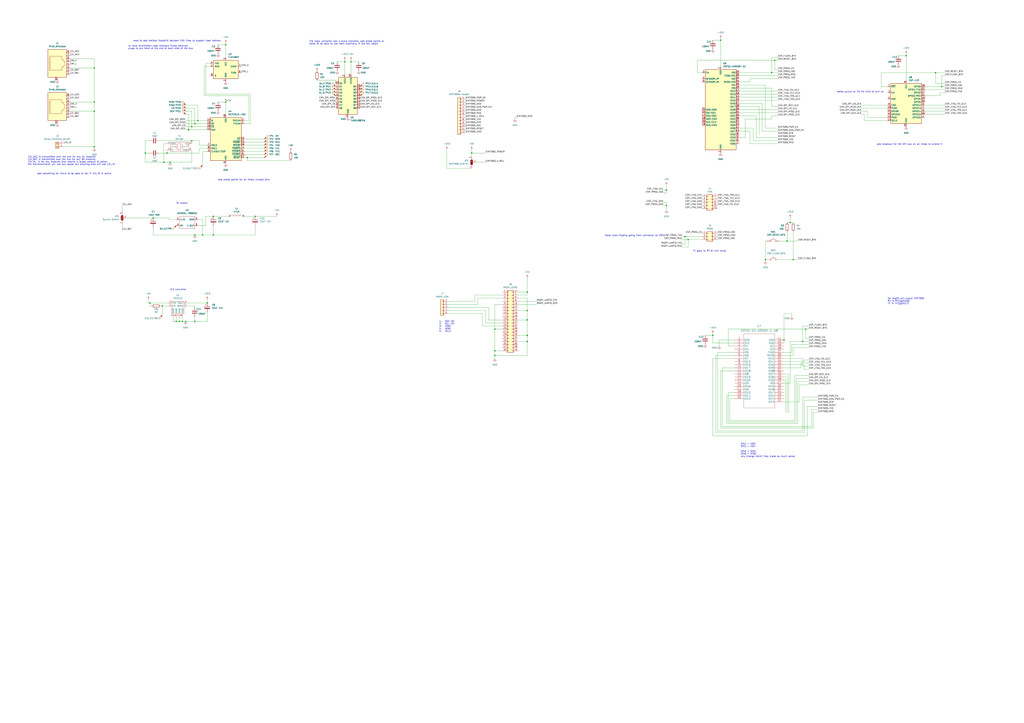
<source format=kicad_sch>
(kicad_sch (version 20211123) (generator eeschema)
  (paper "A1")
  (junction (at 209.55 177.8))
  (junction (at 170.18 248.92))
  (junction (at 406.4 292.1))
  (junction (at 166.37 193.04))
  (junction (at 147.32 264.16))
  (junction (at 125.73 179.07))
  (junction (at 646.43 198.12))
  (junction (at 636.27 49.53))
  (junction (at 562.61 194.31))
  (junction (at 591.82 33.02))
  (junction (at 633.73 59.69))
  (junction (at 433.07 255.27))
  (junction (at 157.48 115.57))
  (junction (at 768.35 59.69))
  (junction (at 288.29 50.8))
  (junction (at 585.47 275.59))
  (junction (at 77.47 91.44))
  (junction (at 162.56 99.06))
  (junction (at 149.86 264.16))
  (junction (at 744.22 45.72))
  (junction (at 433.07 240.03))
  (junction (at 134.62 133.35))
  (junction (at 628.65 213.36))
  (junction (at 123.19 248.92))
  (junction (at 152.4 264.16))
  (junction (at 547.37 168.91))
  (junction (at 139.7 133.35))
  (junction (at 175.26 193.04))
  (junction (at 433.07 262.89))
  (junction (at 406.4 288.29))
  (junction (at 185.42 36.83))
  (junction (at 160.02 264.16))
  (junction (at 160.02 101.6))
  (junction (at 643.89 279.4))
  (junction (at 661.67 270.51))
  (junction (at 133.35 251.46))
  (junction (at 433.07 280.67))
  (junction (at 137.16 125.73))
  (junction (at 547.37 156.21))
  (junction (at 773.43 71.12))
  (junction (at 433.07 275.59))
  (junction (at 185.42 83.82))
  (junction (at 406.4 270.51))
  (junction (at 651.51 213.36))
  (junction (at 77.47 55.88))
  (junction (at 144.78 264.16))
  (junction (at 157.48 104.14))
  (junction (at 659.13 280.67))
  (junction (at 77.47 83.82))
  (junction (at 387.35 125.73))
  (junction (at 77.47 120.65))
  (junction (at 565.15 196.85))
  (junction (at 175.26 177.8))
  (junction (at 160.02 193.04))
  (junction (at 283.21 50.8))
  (junction (at 119.38 125.73))
  (junction (at 648.97 182.88))
  (junction (at 203.2 129.54))
  (junction (at 154.94 106.68))
  (wire (pts (xy 599.44 327.66) (xy 603.25 327.66)))
  (wire (pts (xy 160.02 252.73) (xy 160.02 251.46)))
  (wire (pts (xy 643.89 307.34) (xy 647.7 307.34)))
  (wire (pts (xy 433.07 292.1) (xy 406.4 292.1)))
  (wire (pts (xy 654.05 346.71) (xy 598.17 346.71)))
  (wire (pts (xy 217.17 114.3) (xy 200.66 114.3)))
  (wire (pts (xy 629.92 198.12) (xy 628.65 198.12)))
  (wire (pts (xy 709.93 93.98) (xy 709.93 99.06)))
  (wire (pts (xy 392.43 245.11) (xy 392.43 250.19)))
  (wire (pts (xy 425.45 255.27) (xy 433.07 255.27)))
  (wire (pts (xy 288.29 49.53) (xy 288.29 50.8)))
  (wire (pts (xy 162.56 99.06) (xy 170.18 99.06)))
  (wire (pts (xy 636.27 57.15) (xy 636.27 49.53)))
  (wire (pts (xy 203.2 132.08) (xy 203.2 129.54)))
  (wire (pts (xy 119.38 125.73) (xy 119.38 115.57)))
  (wire (pts (xy 275.59 66.04) (xy 260.35 66.04)))
  (wire (pts (xy 170.18 246.38) (xy 170.18 248.92)))
  (wire (pts (xy 562.61 194.31) (xy 576.58 194.31)))
  (wire (pts (xy 77.47 120.65) (xy 77.47 121.92)))
  (wire (pts (xy 152.4 264.16) (xy 160.02 264.16)))
  (wire (pts (xy 104.14 179.07) (xy 125.73 179.07)))
  (wire (pts (xy 662.94 334.01) (xy 662.94 358.14)))
  (wire (pts (xy 607.06 69.85) (xy 628.65 69.85)))
  (wire (pts (xy 596.9 347.98) (xy 596.9 325.12)))
  (wire (pts (xy 167.64 78.74) (xy 204.47 78.74)))
  (wire (pts (xy 163.83 121.92) (xy 163.83 125.73)))
  (wire (pts (xy 633.73 87.63) (xy 638.81 87.63)))
  (wire (pts (xy 598.17 346.71) (xy 598.17 322.58)))
  (wire (pts (xy 217.17 127) (xy 200.66 127)))
  (wire (pts (xy 217.17 124.46) (xy 200.66 124.46)))
  (wire (pts (xy 633.73 97.79) (xy 633.73 95.25)))
  (wire (pts (xy 712.47 91.44) (xy 712.47 96.52)))
  (wire (pts (xy 133.35 251.46) (xy 138.43 251.46)))
  (wire (pts (xy 659.13 326.39) (xy 659.13 354.33)))
  (wire (pts (xy 651.51 190.5) (xy 651.51 213.36)))
  (wire (pts (xy 389.89 247.65) (xy 368.3 247.65)))
  (wire (pts (xy 406.4 250.19) (xy 406.4 270.51)))
  (wire (pts (xy 661.67 278.13) (xy 661.67 270.51)))
  (wire (pts (xy 125.73 179.07) (xy 138.43 179.07)))
  (wire (pts (xy 768.35 59.69) (xy 723.9 59.69)))
  (wire (pts (xy 137.16 118.11) (xy 134.62 118.11)))
  (wire (pts (xy 185.42 83.82) (xy 185.42 93.98)))
  (wire (pts (xy 100.33 184.15) (xy 100.33 189.23)))
  (wire (pts (xy 759.46 91.44) (xy 775.97 91.44)))
  (wire (pts (xy 607.06 92.71) (xy 638.81 92.71)))
  (wire (pts (xy 217.17 129.54) (xy 203.2 129.54)))
  (wire (pts (xy 615.95 107.95) (xy 615.95 118.11)))
  (wire (pts (xy 759.46 93.98) (xy 775.97 93.98)))
  (wire (pts (xy 175.26 177.8) (xy 187.96 177.8)))
  (wire (pts (xy 664.21 280.67) (xy 659.13 280.67)))
  (wire (pts (xy 603.25 281.94) (xy 585.47 281.94)))
  (wire (pts (xy 160.02 193.04) (xy 166.37 193.04)))
  (wire (pts (xy 139.7 133.35) (xy 134.62 133.35)))
  (wire (pts (xy 205.74 77.47) (xy 205.74 101.6)))
  (wire (pts (xy 406.4 288.29) (xy 406.4 292.1)))
  (wire (pts (xy 130.81 125.73) (xy 137.16 125.73)))
  (wire (pts (xy 775.97 76.2) (xy 772.16 76.2)))
  (wire (pts (xy 664.21 308.61) (xy 652.78 308.61)))
  (wire (pts (xy 659.13 294.64) (xy 643.89 294.64)))
  (wire (pts (xy 759.46 71.12) (xy 773.43 71.12)))
  (wire (pts (xy 185.42 35.56) (xy 185.42 36.83)))
  (wire (pts (xy 607.06 72.39) (xy 633.73 72.39)))
  (wire (pts (xy 217.17 121.92) (xy 200.66 121.92)))
  (wire (pts (xy 134.62 118.11) (xy 134.62 133.35)))
  (wire (pts (xy 433.07 240.03) (xy 433.07 228.6)))
  (wire (pts (xy 621.03 95.25) (xy 621.03 113.03)))
  (wire (pts (xy 401.32 252.73) (xy 368.3 252.73)))
  (wire (pts (xy 607.06 90.17) (xy 638.81 90.17)))
  (wire (pts (xy 588.01 355.6) (xy 588.01 292.1)))
  (wire (pts (xy 664.21 313.69) (xy 655.32 313.69)))
  (wire (pts (xy 591.82 31.75) (xy 591.82 33.02)))
  (wire (pts (xy 660.4 355.6) (xy 588.01 355.6)))
  (wire (pts (xy 648.97 314.96) (xy 648.97 280.67)))
  (wire (pts (xy 138.43 179.07) (xy 138.43 180.34)))
  (wire (pts (xy 147.32 264.16) (xy 149.86 264.16)))
  (wire (pts (xy 392.43 250.19) (xy 368.3 250.19)))
  (wire (pts (xy 162.56 86.36) (xy 162.56 99.06)))
  (wire (pts (xy 100.33 168.91) (xy 100.33 173.99)))
  (wire (pts (xy 591.82 351.79) (xy 668.02 351.79)))
  (wire (pts (xy 157.48 115.57) (xy 157.48 118.11)))
  (wire (pts (xy 572.77 49.53) (xy 636.27 49.53)))
  (wire (pts (xy 172.72 52.07) (xy 168.91 52.07)))
  (wire (pts (xy 643.89 330.2) (xy 656.59 330.2)))
  (wire (pts (xy 57.15 48.26) (xy 77.47 48.26)))
  (wire (pts (xy 153.67 248.92) (xy 170.18 248.92)))
  (wire (pts (xy 406.4 288.29) (xy 412.75 288.29)))
  (wire (pts (xy 759.46 86.36) (xy 775.97 86.36)))
  (wire (pts (xy 544.83 168.91) (xy 547.37 168.91)))
  (wire (pts (xy 707.39 93.98) (xy 709.93 93.98)))
  (wire (pts (xy 52.07 120.65) (xy 77.47 120.65)))
  (wire (pts (xy 425.45 280.67) (xy 433.07 280.67)))
  (wire (pts (xy 367.03 123.19) (xy 367.03 138.43)))
  (wire (pts (xy 119.38 133.35) (xy 119.38 125.73)))
  (wire (pts (xy 593.09 302.26) (xy 603.25 302.26)))
  (wire (pts (xy 648.97 280.67) (xy 659.13 280.67)))
  (wire (pts (xy 603.25 279.4) (xy 590.55 279.4)))
  (wire (pts (xy 662.94 358.14) (xy 585.47 358.14)))
  (wire (pts (xy 560.07 194.31) (xy 562.61 194.31)))
  (wire (pts (xy 707.39 88.9) (xy 728.98 88.9)))
  (wire (pts (xy 157.48 104.14) (xy 170.18 104.14)))
  (wire (pts (xy 149.86 264.16) (xy 152.4 264.16)))
  (wire (pts (xy 121.92 248.92) (xy 123.19 248.92)))
  (wire (pts (xy 666.75 350.52) (xy 666.75 336.55)))
  (wire (pts (xy 709.93 99.06) (xy 728.98 99.06)))
  (wire (pts (xy 626.11 85.09) (xy 626.11 107.95)))
  (wire (pts (xy 544.83 158.75) (xy 547.37 158.75)))
  (wire (pts (xy 651.51 285.75) (xy 651.51 292.1)))
  (wire (pts (xy 768.35 68.58) (xy 768.35 59.69)))
  (wire (pts (xy 603.25 284.48) (xy 598.17 284.48)))
  (wire (pts (xy 276.86 50.8) (xy 283.21 50.8)))
  (wire (pts (xy 387.35 125.73) (xy 398.78 125.73)))
  (wire (pts (xy 661.67 270.51) (xy 664.21 270.51)))
  (wire (pts (xy 607.06 107.95) (xy 615.95 107.95)))
  (wire (pts (xy 157.48 133.35) (xy 139.7 133.35)))
  (wire (pts (xy 170.18 121.92) (xy 163.83 121.92)))
  (wire (pts (xy 618.49 105.41) (xy 618.49 115.57)))
  (wire (pts (xy 152.4 86.36) (xy 162.56 86.36)))
  (wire (pts (xy 671.83 328.93) (xy 660.4 328.93)))
  (wire (pts (xy 204.47 99.06) (xy 200.66 99.06)))
  (wire (pts (xy 591.82 351.79) (xy 591.82 304.8)))
  (wire (pts (xy 660.4 299.72) (xy 643.89 299.72)))
  (wire (pts (xy 629.92 213.36) (xy 628.65 213.36)))
  (wire (pts (xy 425.45 242.57) (xy 433.07 242.57)))
  (wire (pts (xy 603.25 294.64) (xy 585.47 294.64)))
  (wire (pts (xy 615.95 118.11) (xy 638.81 118.11)))
  (wire (pts (xy 598.17 270.51) (xy 661.67 270.51)))
  (wire (pts (xy 607.06 67.31) (xy 615.95 67.31)))
  (wire (pts (xy 659.13 300.99) (xy 659.13 294.64)))
  (wire (pts (xy 154.94 93.98) (xy 154.94 106.68)))
  (wire (pts (xy 396.24 257.81) (xy 368.3 257.81)))
  (wire (pts (xy 645.16 312.42) (xy 645.16 339.09)))
  (wire (pts (xy 133.35 251.46) (xy 133.35 259.08)))
  (wire (pts (xy 633.73 46.99) (xy 633.73 59.69)))
  (wire (pts (xy 205.74 101.6) (xy 200.66 101.6)))
  (wire (pts (xy 144.78 260.35) (xy 144.78 264.16)))
  (wire (pts (xy 744.22 44.45) (xy 744.22 45.72)))
  (wire (pts (xy 638.81 46.99) (xy 633.73 46.99)))
  (wire (pts (xy 643.89 279.4) (xy 643.89 281.94)))
  (wire (pts (xy 160.02 260.35) (xy 160.02 264.16)))
  (wire (pts (xy 560.07 200.66) (xy 562.61 200.66)))
  (wire (pts (xy 412.75 265.43) (xy 398.78 265.43)))
  (wire (pts (xy 160.02 88.9) (xy 160.02 101.6)))
  (wire (pts (xy 123.19 251.46) (xy 123.19 248.92)))
  (wire (pts (xy 200.66 177.8) (xy 209.55 177.8)))
  (wire (pts (xy 294.64 50.8) (xy 288.29 50.8)))
  (wire (pts (xy 547.37 158.75) (xy 547.37 156.21)))
  (wire (pts (xy 121.92 246.38) (xy 121.92 248.92)))
  (wire (pts (xy 655.32 313.69) (xy 655.32 347.98)))
  (wire (pts (xy 57.15 55.88) (xy 77.47 55.88)))
  (wire (pts (xy 560.07 203.2) (xy 565.15 203.2)))
  (wire (pts (xy 648.97 179.07) (xy 648.97 182.88)))
  (wire (pts (xy 664.21 300.99) (xy 659.13 300.99)))
  (wire (pts (xy 425.45 245.11) (xy 433.07 245.11)))
  (wire (pts (xy 203.2 129.54) (xy 200.66 129.54)))
  (wire (pts (xy 591.82 33.02) (xy 591.82 54.61)))
  (wire (pts (xy 671.83 326.39) (xy 659.13 326.39)))
  (wire (pts (xy 77.47 91.44) (xy 77.47 120.65)))
  (wire (pts (xy 657.86 298.45) (xy 657.86 302.26)))
  (wire (pts (xy 615.95 67.31) (xy 615.95 64.77)))
  (wire (pts (xy 154.94 106.68) (xy 170.18 106.68)))
  (wire (pts (xy 217.17 119.38) (xy 200.66 119.38)))
  (wire (pts (xy 422.91 96.52) (xy 422.91 97.79)))
  (wire (pts (xy 547.37 156.21) (xy 547.37 152.4)))
  (wire (pts (xy 654.05 311.15) (xy 654.05 346.71)))
  (wire (pts (xy 638.81 82.55) (xy 607.06 82.55)))
  (wire (pts (xy 623.57 87.63) (xy 623.57 110.49)))
  (wire (pts (xy 170.18 256.54) (xy 170.18 264.16)))
  (wire (pts (xy 638.81 77.47) (xy 607.06 77.47)))
  (wire (pts (xy 157.48 115.57) (xy 163.83 115.57)))
  (wire (pts (xy 646.43 182.88) (xy 648.97 182.88)))
  (wire (pts (xy 425.45 247.65) (xy 440.69 247.65)))
  (wire (pts (xy 633.73 72.39) (xy 633.73 87.63)))
  (wire (pts (xy 664.21 285.75) (xy 651.51 285.75)))
  (wire (pts (xy 647.7 307.34) (xy 647.7 339.09)))
  (wire (pts (xy 160.02 101.6) (xy 170.18 101.6)))
  (wire (pts (xy 612.14 113.03) (xy 612.14 97.79)))
  (wire (pts (xy 607.06 113.03) (xy 612.14 113.03)))
  (wire (pts (xy 650.24 283.21) (xy 664.21 283.21)))
  (wire (pts (xy 163.83 115.57) (xy 163.83 119.38)))
  (wire (pts (xy 124.46 251.46) (xy 123.19 251.46)))
  (wire (pts (xy 166.37 193.04) (xy 175.26 193.04)))
  (wire (pts (xy 433.07 242.57) (xy 433.07 240.03)))
  (wire (pts (xy 125.73 186.69) (xy 125.73 193.04)))
  (wire (pts (xy 607.06 87.63) (xy 623.57 87.63)))
  (wire (pts (xy 643.89 279.4) (xy 643.89 257.81)))
  (wire (pts (xy 650.24 289.56) (xy 643.89 289.56)))
  (wire (pts (xy 389.89 242.57) (xy 389.89 247.65)))
  (wire (pts (xy 759.46 73.66) (xy 775.97 73.66)))
  (wire (pts (xy 162.56 185.42) (xy 168.91 185.42)))
  (wire (pts (xy 759.46 88.9) (xy 775.97 88.9)))
  (wire (pts (xy 152.4 104.14) (xy 157.48 104.14)))
  (wire (pts (xy 137.16 125.73) (xy 137.16 123.19)))
  (wire (pts (xy 412.75 250.19) (xy 406.4 250.19)))
  (wire (pts (xy 425.45 275.59) (xy 433.07 275.59)))
  (wire (pts (xy 166.37 180.34) (xy 166.37 193.04)))
  (wire (pts (xy 170.18 119.38) (xy 163.83 119.38)))
  (wire (pts (xy 652.78 308.61) (xy 652.78 345.44)))
  (wire (pts (xy 185.42 36.83) (xy 185.42 46.99)))
  (wire (pts (xy 132.08 251.46) (xy 133.35 251.46)))
  (wire (pts (xy 628.65 105.41) (xy 638.81 105.41)))
  (wire (pts (xy 424.18 96.52) (xy 422.91 96.52)))
  (wire (pts (xy 664.21 311.15) (xy 654.05 311.15)))
  (wire (pts (xy 664.21 278.13) (xy 661.67 278.13)))
  (wire (pts (xy 57.15 91.44) (xy 77.47 91.44)))
  (wire (pts (xy 668.02 351.79) (xy 668.02 339.09)))
  (wire (pts (xy 633.73 59.69) (xy 607.06 59.69)))
  (wire (pts (xy 628.65 69.85) (xy 628.65 105.41)))
  (wire (pts (xy 175.26 177.8) (xy 168.91 177.8)))
  (wire (pts (xy 664.21 298.45) (xy 657.86 298.45)))
  (wire (pts (xy 152.4 106.68) (xy 154.94 106.68)))
  (wire (pts (xy 655.32 198.12) (xy 646.43 198.12)))
  (wire (pts (xy 638.81 74.93) (xy 607.06 74.93)))
  (wire (pts (xy 671.83 339.09) (xy 668.02 339.09)))
  (wire (pts (xy 643.89 257.81) (xy 650.24 257.81)))
  (wire (pts (xy 773.43 71.12) (xy 775.97 71.12)))
  (wire (pts (xy 238.76 132.08) (xy 203.2 132.08)))
  (wire (pts (xy 168.91 52.07) (xy 168.91 77.47)))
  (wire (pts (xy 77.47 55.88) (xy 77.47 83.82)))
  (wire (pts (xy 565.15 203.2) (xy 565.15 196.85)))
  (wire (pts (xy 660.4 295.91) (xy 660.4 297.18)))
  (wire (pts (xy 425.45 262.89) (xy 433.07 262.89)))
  (wire (pts (xy 412.75 262.89) (xy 401.32 262.89)))
  (wire (pts (xy 646.43 198.12) (xy 640.08 198.12)))
  (wire (pts (xy 544.83 156.21) (xy 547.37 156.21)))
  (wire (pts (xy 773.43 62.23) (xy 773.43 71.12)))
  (wire (pts (xy 406.4 270.51) (xy 412.75 270.51)))
  (wire (pts (xy 562.61 200.66) (xy 562.61 194.31)))
  (wire (pts (xy 775.97 62.23) (xy 773.43 62.23)))
  (wire (pts (xy 589.28 354.33) (xy 589.28 289.56)))
  (wire (pts (xy 144.78 264.16) (xy 147.32 264.16)))
  (wire (pts (xy 671.83 334.01) (xy 662.94 334.01)))
  (wire (pts (xy 671.83 336.55) (xy 666.75 336.55)))
  (wire (pts (xy 621.03 113.03) (xy 638.81 113.03)))
  (wire (pts (xy 152.4 101.6) (xy 160.02 101.6)))
  (wire (pts (xy 723.9 59.69) (xy 723.9 71.12)))
  (wire (pts (xy 598.17 322.58) (xy 603.25 322.58)))
  (wire (pts (xy 433.07 275.59) (xy 433.07 280.67)))
  (wire (pts (xy 160.02 264.16) (xy 170.18 264.16)))
  (wire (pts (xy 152.4 91.44) (xy 157.48 91.44)))
  (wire (pts (xy 723.9 71.12) (xy 728.98 71.12)))
  (wire (pts (xy 643.89 297.18) (xy 660.4 297.18)))
  (wire (pts (xy 138.43 180.34) (xy 144.78 180.34)))
  (wire (pts (xy 152.4 99.06) (xy 162.56 99.06)))
  (wire (pts (xy 615.95 64.77) (xy 638.81 64.77)))
  (wire (pts (xy 547.37 168.91) (xy 547.37 172.72)))
  (wire (pts (xy 596.9 325.12) (xy 603.25 325.12)))
  (wire (pts (xy 166.37 124.46) (xy 166.37 135.89)))
  (wire (pts (xy 664.21 316.23) (xy 656.59 316.23)))
  (wire (pts (xy 398.78 265.43) (xy 398.78 255.27)))
  (wire (pts (xy 401.32 262.89) (xy 401.32 252.73)))
  (wire (pts (xy 179.07 36.83) (xy 185.42 36.83)))
  (wire (pts (xy 167.64 54.61) (xy 167.64 78.74)))
  (wire (pts (xy 123.19 248.92) (xy 138.43 248.92)))
  (wire (pts (xy 57.15 83.82) (xy 77.47 83.82)))
  (wire (pts (xy 633.73 95.25) (xy 638.81 95.25)))
  (wire (pts (xy 650.24 283.21) (xy 650.24 289.56)))
  (wire (pts (xy 283.21 50.8) (xy 283.21 60.96)))
  (wire (pts (xy 125.73 193.04) (xy 160.02 193.04)))
  (wire (pts (xy 152.4 88.9) (xy 160.02 88.9)))
  (wire (pts (xy 638.81 62.23) (xy 607.06 62.23)))
  (wire (pts (xy 275.59 68.58) (xy 275.59 66.04)))
  (wire (pts (xy 163.83 125.73) (xy 137.16 125.73)))
  (wire (pts (xy 660.4 328.93) (xy 660.4 355.6)))
  (wire (pts (xy 153.67 251.46) (xy 160.02 251.46)))
  (wire (pts (xy 772.16 78.74) (xy 759.46 78.74)))
  (wire (pts (xy 217.17 116.84) (xy 200.66 116.84)))
  (wire (pts (xy 425.45 240.03) (xy 433.07 240.03)))
  (wire (pts (xy 656.59 316.23) (xy 656.59 330.2)))
  (wire (pts (xy 168.91 77.47) (xy 205.74 77.47)))
  (wire (pts (xy 130.81 115.57) (xy 157.48 115.57)))
  (wire (pts (xy 544.83 166.37) (xy 547.37 166.37)))
  (wire (pts (xy 168.91 177.8) (xy 168.91 185.42)))
  (wire (pts (xy 664.21 295.91) (xy 660.4 295.91)))
  (wire (pts (xy 655.32 347.98) (xy 596.9 347.98)))
  (wire (pts (xy 599.44 345.44) (xy 599.44 327.66)))
  (wire (pts (xy 433.07 255.27) (xy 433.07 262.89)))
  (wire (pts (xy 643.89 312.42) (xy 645.16 312.42)))
  (wire (pts (xy 648.97 182.88) (xy 651.51 182.88)))
  (wire (pts (xy 406.4 270.51) (xy 406.4 288.29)))
  (wire (pts (xy 638.81 59.69) (xy 633.73 59.69)))
  (wire (pts (xy 77.47 83.82) (xy 77.47 91.44)))
  (wire (pts (xy 283.21 49.53) (xy 283.21 50.8)))
  (wire (pts (xy 664.21 267.97) (xy 659.13 267.97)))
  (wire (pts (xy 157.48 91.44) (xy 157.48 104.14)))
  (wire (pts (xy 712.47 96.52) (xy 728.98 96.52)))
  (wire (pts (xy 775.97 68.58) (xy 768.35 68.58)))
  (wire (pts (xy 659.13 354.33) (xy 589.28 354.33)))
  (wire (pts (xy 585.47 281.94) (xy 585.47 275.59)))
  (wire (pts (xy 650.24 257.81) (xy 650.24 260.35)))
  (wire (pts (xy 425.45 250.19) (xy 440.69 250.19)))
  (wire (pts (xy 157.48 123.19) (xy 157.48 133.35)))
  (wire (pts (xy 772.16 76.2) (xy 772.16 78.74)))
  (wire (pts (xy 657.86 302.26) (xy 643.89 302.26)))
  (wire (pts (xy 655.32 213.36) (xy 651.51 213.36)))
  (wire (pts (xy 579.12 275.59) (xy 585.47 275.59)))
  (wire (pts (xy 598.17 284.48) (xy 598.17 270.51)))
  (wire (pts (xy 398.78 255.27) (xy 368.3 255.27)))
  (wire (pts (xy 660.4 303.53) (xy 660.4 299.72)))
  (wire (pts (xy 170.18 124.46) (xy 166.37 124.46)))
  (wire (pts (xy 565.15 196.85) (xy 576.58 196.85)))
  (wire (pts (xy 744.22 45.72) (xy 744.22 66.04)))
  (wire (pts (xy 607.06 105.41) (xy 618.49 105.41)))
  (wire (pts (xy 585.47 294.64) (xy 585.47 358.14)))
  (wire (pts (xy 590.55 279.4) (xy 590.55 284.48)))
  (wire (pts (xy 593.09 350.52) (xy 666.75 350.52)))
  (wire (pts (xy 209.55 177.8) (xy 227.33 177.8)))
  (wire (pts (xy 547.37 166.37) (xy 547.37 168.91)))
  (wire (pts (xy 628.65 198.12) (xy 628.65 213.36)))
  (wire (pts (xy 77.47 48.26) (xy 77.47 55.88)))
  (wire (pts (xy 612.14 97.79) (xy 633.73 97.79)))
  (wire (pts (xy 607.06 85.09) (xy 626.11 85.09)))
  (wire (pts (xy 288.29 50.8) (xy 288.29 60.96)))
  (wire (pts (xy 643.89 314.96) (xy 648.97 314.96)))
  (wire (pts (xy 391.16 133.35) (xy 398.78 133.35)))
  (wire (pts (xy 433.07 262.89) (xy 433.07 275.59)))
  (wire (pts (xy 149.86 260.35) (xy 149.86 264.16)))
  (wire (pts (xy 659.13 267.97) (xy 659.13 280.67)))
  (wire (pts (xy 636.27 49.53) (xy 638.81 49.53)))
  (wire (pts (xy 638.81 80.01) (xy 607.06 80.01)))
  (wire (pts (xy 162.56 180.34) (xy 166.37 180.34)))
  (wire (pts (xy 412.75 245.11) (xy 392.43 245.11)))
  (wire (pts (xy 651.51 213.36) (xy 640.08 213.36)))
  (wire (pts (xy 209.55 185.42) (xy 209.55 193.04)))
  (wire (pts (xy 119.38 115.57) (xy 123.19 115.57)))
  (wire (pts (xy 209.55 193.04) (xy 175.26 193.04)))
  (wire (pts (xy 406.4 292.1) (xy 406.4 294.64)))
  (wire (pts (xy 664.21 303.53) (xy 660.4 303.53)))
  (wire (pts (xy 119.38 125.73) (xy 123.19 125.73)))
  (wire (pts (xy 204.47 78.74) (xy 204.47 99.06)))
  (wire (pts (xy 593.09 350.52) (xy 593.09 302.26)))
  (wire (pts (xy 147.32 260.35) (xy 147.32 264.16)))
  (wire (pts (xy 585.47 33.02) (xy 591.82 33.02)))
  (wire (pts (xy 412.75 242.57) (xy 389.89 242.57)))
  (wire (pts (xy 628.65 213.36) (xy 628.65 214.63)))
  (wire (pts (xy 588.01 292.1) (xy 603.25 292.1)))
  (wire (pts (xy 585.47 274.32) (xy 585.47 275.59)))
  (wire (pts (xy 646.43 190.5) (xy 646.43 198.12)))
  (wire (pts (xy 175.26 193.04) (xy 175.26 185.42)))
  (wire (pts (xy 707.39 91.44) (xy 712.47 91.44)))
  (wire (pts (xy 707.39 86.36) (xy 728.98 86.36)))
  (wire (pts (xy 572.77 49.53) (xy 572.77 59.69)))
  (wire (pts (xy 396.24 267.97) (xy 396.24 257.81)))
  (wire (pts (xy 433.07 280.67) (xy 433.07 292.1)))
  (wire (pts (xy 651.51 292.1) (xy 643.89 292.1)))
  (wire (pts (xy 433.07 245.11) (xy 433.07 255.27)))
  (wire (pts (xy 142.24 264.16) (xy 144.78 264.16)))
  (wire (pts (xy 618.49 115.57) (xy 638.81 115.57)))
  (wire (pts (xy 591.82 304.8) (xy 603.25 304.8)))
  (wire (pts (xy 134.62 133.35) (xy 119.38 133.35)))
  (wire (pts (xy 412.75 267.97) (xy 396.24 267.97)))
  (wire (pts (xy 646.43 309.88) (xy 646.43 339.09)))
  (wire (pts (xy 572.77 59.69) (xy 576.58 59.69)))
  (wire (pts (xy 387.35 138.43) (xy 367.03 138.43)))
  (wire (pts (xy 179.07 83.82) (xy 185.42 83.82)))
  (wire (pts (xy 589.28 289.56) (xy 603.25 289.56)))
  (wire (pts (xy 652.78 345.44) (xy 599.44 345.44)))
  (wire (pts (xy 607.06 95.25) (xy 621.03 95.25)))
  (wire (pts (xy 387.35 125.73) (xy 387.35 128.27)))
  (wire (pts (xy 142.24 260.35) (xy 142.24 264.16)))
  (wire (pts (xy 626.11 107.95) (xy 638.81 107.95)))
  (wire (pts (xy 152.4 93.98) (xy 154.94 93.98)))
  (wire (pts (xy 560.07 196.85) (xy 565.15 196.85)))
  (wire (pts (xy 737.87 45.72) (xy 744.22 45.72)))
  (wire (pts (xy 643.89 309.88) (xy 646.43 309.88)))
  (wire (pts (xy 387.35 123.19) (xy 387.35 125.73)))
  (wire (pts (xy 638.81 57.15) (xy 636.27 57.15)))
  (wire (pts (xy 172.72 54.61) (xy 167.64 54.61)))
  (wire (pts (xy 768.35 59.69) (xy 775.97 59.69)))
  (text "or have termination load resistors inside ethernet\nplugs to put them at the end of each side of the bus" (at 105.41 40.64 0) (effects (font (size 1.27 1.27)) (justify left bottom)))
  (text "12v_ACC is transmitted over the bus for any S1 modules\n12v_BAT is transmitted over the bus for any S0 modules\n12v_IN  is for any modules that require a larger amount of power, \nthe microcontroller will use bus power but anything else will use 12v_IN" (at 22.86 135.89 0) (effects (font (size 1.27 1.27)) (justify left bottom)))
  (text "The logic converter has 4 extra channels, add probe points or\nholes to be able to use them externally in the dev board\n" (at 254 36.83 0) (effects (font (size 1.27 1.27)) (justify left bottom)))
  (text "add something for micro to be able to tell if 12v_IN is active" (at 30.48 143.51 0) (effects (font (size 1.27 1.27)) (justify left bottom)))
  (text "1.	SDA I2C\n2.	SCL I2C\n3.	MOSI\n4.	MISO\n5.	SCLK" (at 360.68 273.05 0) (effects (font (size 1.27 1.27)) (justify left bottom)))
  (text "SPI2 = HSPI\nSPI3 = VSPI\n\nSPID = MOSI\nSPIQ = MISO\nwhy change them? they made so much sense" (at 608.33 375.92 0) (effects (font (size 1.27 1.27)) (justify left bottom)))
  (text "these need flipping going from connector to ESPs" (at 496.57 194.31 0) (effects (font (size 1.27 1.27)) (justify left bottom)))
  (text "add breakout for the SPI bus on all these to extend it\n" (at 720.09 119.38 0) (effects (font (size 1.27 1.27)) (justify left bottom)))
  (text "for esp32-s2-wrover SIM7000 \nRX is RX1(gpio18)\nTX is TX1(gpio17)" (at 728.98 250.19 0) (effects (font (size 1.27 1.27)) (justify left bottom)))
  (text "Add probe points for all these unused pins" (at 179.07 148.59 0) (effects (font (size 1.27 1.27)) (justify left bottom)))
  (text "3v3 converter\n" (at 139.7 238.76 0) (effects (font (size 1.27 1.27)) (justify left bottom)))
  (text "need to add resistor footprint between CAN lines to support load resistor\n" (at 109.22 34.29 0) (effects (font (size 1.27 1.27)) (justify left bottom)))
  (text "needs pullup on EN for chip to turn on" (at 687.07 76.2 0) (effects (font (size 1.27 1.27)) (justify left bottom)))
  (text "5v supply" (at 144.78 167.64 0) (effects (font (size 1.27 1.27)) (justify left bottom)))
  (text "TX goes to RX & vice versa" (at 568.96 207.01 0) (effects (font (size 1.27 1.27)) (justify left bottom)))
  (label "ESP_FLASH_BTN" (at 664.21 267.97 0))
  (label "ESP_PROG_TXD" (at 664.21 285.75 0))
  (label "CAN_L" (at 198.12 59.69 0))
  (label "CAN_SPI_MISO_3v3" (at 664.21 313.69 0))
  (label "CAN_SPI_MISO" (at 275.59 83.82 180))
  (label "CAN_H" (at 57.15 50.8 0))
  (label "ESP_JTAG_TDI_G12" (at 638.81 74.93 0))
  (label "CAN_H" (at 198.12 54.61 0))
  (label "ESP_PROG_RXD" (at 664.21 283.21 0))
  (label "12v_BAT" (at 57.15 58.42 0))
  (label "SIM7000_RESET" (at 382.27 106.68 0))
  (label "SIM7000_RXD" (at 382.27 93.98 0))
  (label "CAN_L" (at 57.15 53.34 0))
  (label "SIM7000_V_MCU" (at 382.27 96.52 0))
  (label "SIM7000_RESET" (at 671.83 334.01 0))
  (label "SIM7000_DTR" (at 638.81 110.49 0))
  (label "ESP_JTAG_GND" (at 576.58 163.83 180))
  (label "RASPI_UART0_RXD" (at 560.07 203.2 180))
  (label "SIM7000_GNS_PWR_EN" (at 382.27 88.9 0))
  (label "12v_ACC" (at 100.33 168.91 0))
  (label "CAN_SPI_MOSI_3v3" (at 664.21 316.23 0))
  (label "SIM7000_RESET" (at 638.81 113.03 0))
  (label "SIM7000_POWER" (at 382.27 83.82 0))
  (label "ESP_PROG_TXD" (at 775.97 76.2 0))
  (label "CAN_SPI_SCK" (at 275.59 88.9 180))
  (label "SIM7000_TXD" (at 382.27 99.06 0))
  (label "CAN_SPI_SCK_3v3" (at 295.91 88.9 0))
  (label "ESP_JTAG_TMS_G14" (at 775.97 91.44 0))
  (label "ESP_JTAG_TDO_G15" (at 589.28 166.37 0))
  (label "SIM7000_GNS_PWR_EN" (at 638.81 107.95 0))
  (label "ESP_PROG_IO0" (at 638.81 59.69 0))
  (label "12v_ACC" (at 57.15 45.72 0))
  (label "CAN_SPI_MISO_3v3" (at 638.81 92.71 0))
  (label "ESP_JTAG_TDI_G12" (at 664.21 295.91 0))
  (label "ESP_RESET_BTN" (at 664.21 270.51 0))
  (label "ESP_JTAG_GND" (at 544.83 166.37 180))
  (label "CAN_SPI_CS_3v3" (at 664.21 311.15 0))
  (label "ESP_PROG_RXD" (at 775.97 73.66 0))
  (label "ESP_RESET_BTN" (at 638.81 49.53 0))
  (label "ESP_JTAG_TDI_G12" (at 775.97 86.36 0))
  (label "SIM7000_GND" (at 382.27 91.44 0))
  (label "ESP_PROG_IO0" (at 775.97 71.12 0))
  (label "ESP_JTAG_VCC" (at 576.58 161.29 180))
  (label "RASPI_UART0_TXD" (at 560.07 200.66 180))
  (label "ESP_RESET_BTN" (at 775.97 59.69 0))
  (label "ESP_PROG_TXD" (at 638.81 64.77 0))
  (label "SIM7000_GND" (at 424.18 96.52 0))
  (label "CAN_SPI_MISO_3v3" (at 707.39 88.9 180))
  (label "SIM7000_PWR_EN" (at 671.83 326.39 0))
  (label "SIM7000_DTR" (at 671.83 331.47 0))
  (label "ESP_PROG_VDD" (at 544.83 158.75 180))
  (label "ESP_JTAG_TMS_G14" (at 589.28 161.29 0))
  (label "ESP_PROG_IO0" (at 589.28 196.85 0))
  (label "ESP_FLASH_BTN" (at 655.32 213.36 0))
  (label "ESP_JTAG_TMS_G14" (at 664.21 300.99 0))
  (label "ESP_FLASH_BTN" (at 638.81 46.99 0))
  (label "CAN_SPI_MISO" (at 152.4 101.6 180))
  (label "ESP_JTAG_GND" (at 576.58 166.37 180))
  (label "ESP_JTAG_TDI_G12" (at 589.28 168.91 0))
  (label "SIM7000_PWR_EN" (at 638.81 105.41 0))
  (label "CAN_SPI_SCK" (at 152.4 106.68 180))
  (label "CAN_SPI_CS" (at 275.59 86.36 180))
  (label "ESP_JTAG_TDO_G15" (at 664.21 303.53 0))
  (label "ESP_JTAG_TCK_G13" (at 589.28 163.83 0))
  (label "CAN_SPI_MOSI" (at 152.4 99.06 180))
  (label "ESP_PROG_TXD" (at 560.07 194.31 180))
  (label "ESP_PROG_IO0" (at 664.21 280.67 0))
  (label "12v_ACC" (at 57.15 81.28 0))
  (label "ESP_JTAG_TCK_G13" (at 638.81 77.47 0))
  (label "ESP_JTAG_GND" (at 576.58 168.91 180))
  (label "SIM7000_POWER" (at 398.78 125.73 0))
  (label "CAN_SPI_MOSI_3v3" (at 638.81 95.25 0))
  (label "ESP_PROG_EN" (at 775.97 68.58 0))
  (label "SIM7000_GND" (at 382.27 86.36 0))
  (label "ESP_PROG_EN" (at 638.81 57.15 0))
  (label "ESP_JTAG_TCK_G13" (at 664.21 298.45 0))
  (label "SIM7000_ADC" (at 382.27 104.14 0))
  (label "12v_ACC" (at 57.15 43.18 0))
  (label "12v_BAT" (at 100.33 189.23 0))
  (label "SIM7000_GNS_PWR_EN" (at 671.83 328.93 0))
  (label "ESP_JTAG_GND" (at 576.58 171.45 180))
  (label "ESP_PROG_EN" (at 664.21 278.13 0))
  (label "ESP_PROG_EN" (at 576.58 191.77 180))
  (label "SIM7000_TXD" (at 638.81 115.57 0))
  (label "CAN_SPI_MOSI" (at 275.59 81.28 180))
  (label "ESP_RESET_BTN" (at 655.32 198.12 0))
  (label "SIM7000_RXD" (at 638.81 118.11 0))
  (label "CAN_H" (at 57.15 86.36 0))
  (label "SIM7000_TXD" (at 671.83 336.55 0))
  (label "CAN_SPI_CS_3v3" (at 638.81 90.17 0))
  (label "CAN_SPI_CS_3v3" (at 707.39 86.36 180))
  (label "ESP_JTAG_TMS_G14" (at 638.81 80.01 0))
  (label "12v_BAT" (at 57.15 60.96 0))
  (label "SIM7000_GND" (at 382.27 109.22 0))
  (label "ESP_JTAG_TDO_G15" (at 638.81 82.55 0))
  (label "RASPI_UART0_RXD" (at 440.69 250.19 0))
  (label "ESP_FLASH_BTN" (at 775.97 62.23 0))
  (label "SIM7000_PWR_EN" (at 382.27 81.28 0))
  (label "ESP_JTAG_TCK_G13" (at 775.97 88.9 0))
  (label "ESP_PROG_RXD" (at 560.07 196.85 180))
  (label "ESP_PROG_RXD" (at 638.81 62.23 0))
  (label "SIM7000_V_MCU" (at 398.78 133.35 0))
  (label "ESP_PROG_VDD" (at 589.28 191.77 0))
  (label "SIM7000_RXD" (at 671.83 339.09 0))
  (label "ESP_PROG_GND" (at 544.83 168.91 180))
  (label "CAN_SPI_CS_3v3" (at 295.91 86.36 0))
  (label "SIM7000_DTR" (at 382.27 101.6 0))
  (label "12V_IN" (at 52.07 118.11 0))
  (label "CAN_SPI_SCK_3v3" (at 638.81 87.63 0))
  (label "CAN_SPI_SCK_3v3" (at 664.21 308.61 0))
  (label "12v_BAT" (at 57.15 96.52 0))
  (label "ESP_JTAG_TDO_G15" (at 775.97 93.98 0))
  (label "RASPI_UART0_TXD" (at 440.69 247.65 0))
  (label "CAN_SPI_MISO_3v3" (at 295.91 83.82 0))
  (label "ESP_JTAG_VCC" (at 544.83 156.21 180))
  (label "CAN_SPI_CS" (at 152.4 104.14 180))
  (label "ESP_PROG_GND" (at 589.28 194.31 0))
  (label "CAN_L" (at 57.15 88.9 0))
  (label "12v_BAT" (at 57.15 93.98 0))
  (label "12v_ACC" (at 57.15 78.74 0))
  (label "CAN_SPI_SCK_3v3" (at 707.39 93.98 180))
  (label "CAN_SPI_MOSI_3v3" (at 707.39 91.44 180))
  (label "CAN_SPI_MOSI_3v3" (at 295.91 81.28 0))
  (symbol (lib_id "Connector:TestPoint_Probe") (at 275.59 71.12 0) (mirror y) (unit 1)
    (property "Reference" "TP10" (at 271.78 68.58 0) (effects (justify left)))
    (property "Value" "5v_A" (at 266.7 68.58 0) (effects (justify left)))
    (property "Footprint" "TestPoint:TestPoint_Pad_D2.0mm" (effects hide))
  )
  (symbol (lib_id "Device:C_Polarized") (at 175.26 181.61 0) (unit 1)
    (property "Reference" "C9" (at 179.07 179.4509 0) (effects (justify left)))
    (property "Value" "22uF 12v" (at 179.07 181.9909 0) (effects (justify left)))
    (property "Footprint" "Capacitor_THT:CP_Radial_D6.3mm_P2.50mm" (effects hide))
  )
  (symbol (lib_id "RF_Module:ESP-12F") (at 744.22 86.36 0) (unit 1)
    (property "Reference" "U8" (at 746.2394 63.5 0) (effects (justify left)))
    (property "Value" "ESP-12F" (at 746.2394 66.04 0) (effects (justify left)))
    (property "Footprint" "RF_Module:ESP-12E" (effects hide))
    (property "Datasheet" "http://wiki.ai-thinker.com/_media/esp8266/esp8266_series_modules_user_manual_v1.1.pdf" (effects hide))
  )
  (symbol (lib_id "Interface_CAN_LIN:MCP2515-xSO") (at 185.42 114.3 0) (unit 1)
    (property "Reference" "U4" (at 187.4394 91.44 0) (effects (justify left)))
    (property "Value" "MCP2515-xSO" (at 187.4394 93.98 0) (effects (justify left)))
    (property "Footprint" "Package_SO:SOIC-18W_7.5x11.6mm_P1.27mm" (effects hide))
    (property "Datasheet" "http://ww1.microchip.com/downloads/en/DeviceDoc/21801e.pdf" (effects hide))
  )
  (symbol (lib_id "Connector:TestPoint_Probe") (at 217.17 116.84 0) (unit 1)
    (property "Reference" "TP2" (at 220.98 114.3 0) (effects (justify left)))
    (property "Value" "RX0" (at 226.06 114.3 0) (effects (justify left)))
    (property "Footprint" "TestPoint:TestPoint_Pad_D2.0mm" (effects hide))
  )
  (symbol (lib_id "Connector:TestPoint_Probe") (at 217.17 129.54 0) (unit 1)
    (property "Reference" "TP7" (at 220.98 127 0) (effects (justify left)))
    (property "Value" "RST" (at 226.06 127 0) (effects (justify left)))
    (property "Footprint" "TestPoint:TestPoint_Pad_D2.0mm" (effects hide))
  )
  (symbol (lib_id "Connector:TestPoint_Probe") (at 152.4 91.44 0) (mirror y) (unit 1)
    (property "Reference" "TP20" (at 148.59 88.9 0) (effects (justify left)))
    (property "Value" "CS" (at 143.51 88.9 0) (effects (justify left)))
    (property "Footprint" "TestPoint:TestPoint_Pad_D2.0mm" (effects hide))
  )
  (symbol (lib_id "power:+3V3") (at 367.03 123.19 0) (unit 1)
    (property "Reference" "#PWR0123" (effects hide))
    (property "Value" "+3V3" (at 367.03 118.11 0))
  )
  (symbol (lib_id "Device:R") (at 260.35 62.23 0) (unit 1)
    (property "Reference" "R1" (at 262.89 60.9599 0) (effects (justify left)))
    (property "Value" "10k" (at 262.89 63.4999 0) (effects (justify left)))
    (property "Footprint" "Resistor_SMD:R_1206_3216Metric_Pad1.30x1.75mm_HandSolder" (effects hide))
  )
  (symbol (lib_id "power:+3V3") (at 648.97 179.07 0) (unit 1)
    (property "Reference" "#PWR0131" (effects hide))
    (property "Value" "+3V3" (at 648.97 173.99 0))
  )
  (symbol (lib_id "ESPs2:ESP32-S3-WROOM-1-N8") (at 603.25 279.4 0) (unit 1)
    (property "Reference" "U7" (at 623.57 267.97 0) (effects (font (size 1.524 1.524))))
    (property "Value" "ESP32-S3-WROOM-1-N8" (at 623.57 271.78 0) (effects (font (size 1.524 1.524))))
    (property "Footprint" "!esps2:ESP32-S3-WROOM-1-N8" (effects hide))
  )
  (symbol (lib_id "Device:C") (at 179.07 87.63 0) (unit 1)
    (property "Reference" "C4" (at 173.99 85.09 0) (effects (justify left)))
    (property "Value" "100nF" (at 170.18 88.9 0) (effects (justify left)))
    (property "Footprint" "Capacitor_SMD:C_1206_3216Metric_Pad1.33x1.80mm_HandSolder" (effects hide))
  )
  (symbol (lib_id "Jumper:SolderJumper_3_Bridged12") (at 387.35 133.35 90) (unit 1)
    (property "Reference" "JP2" (at 384.81 132.0799 90) (effects (justify left)))
    (property "Value" "SIM7000_3v3/5v" (at 384.81 134.6199 90) (effects (justify left)))
    (property "Footprint" "Jumper:SolderJumper-3_P1.3mm_Bridged2Bar12_Pad1.0x1.5mm" (effects hide))
  )
  (symbol (lib_id "Connector:RJ45_Shielded") (at 46.99 53.34 0) (unit 1)
    (property "Reference" "J1" (at 46.99 35.56 0))
    (property "Value" "RJ45_Shielded" (at 46.99 38.1 0))
    (property "Footprint" "Connector_RJ:RJ45_Ninigi_GE" (effects hide))
  )
  (symbol (lib_id "Device:C_Polarized") (at 125.73 182.88 0) (unit 1)
    (property "Reference" "C7" (at 124.46 173.99 0) (effects (justify left)))
    (property "Value" "10uF 50V" (at 121.92 176.53 0) (effects (justify left)))
    (property "Footprint" "Capacitor_THT:CP_Radial_D6.3mm_P2.50mm" (effects hide))
  )
  (symbol (lib_id "Connector_Generic:Conn_02x20_Odd_Even") (at 417.83 262.89 0) (unit 1)
    (property "Reference" "J8" (at 419.1 233.68 0))
    (property "Value" "RASPI_ZERO" (at 419.1 236.22 0))
    (property "Footprint" "random:RASPI_ZERO(W)" (effects hide))
  )
  (symbol (lib_id "Connector:TestPoint_Probe") (at 295.91 76.2 0) (unit 1)
    (property "Reference" "TP16" (at 299.72 73.66 0) (effects (justify left)))
    (property "Value" "3v3_C" (at 304.8 73.66 0) (effects (justify left)))
    (property "Footprint" "TestPoint:TestPoint_Pad_D2.0mm" (effects hide))
  )
  (symbol (lib_id "power:GND") (at 294.64 58.42 0) (mirror y) (unit 1)
    (property "Reference" "#PWR0111" (effects hide))
    (property "Value" "GND" (at 298.45 59.69 0))
  )
  (symbol (lib_id "Connector:TestPoint_Probe") (at 217.17 119.38 0) (unit 1)
    (property "Reference" "TP3" (at 220.98 116.84 0) (effects (justify left)))
    (property "Value" "RX1" (at 226.06 116.84 0) (effects (justify left)))
    (property "Footprint" "TestPoint:TestPoint_Pad_D2.0mm" (effects hide))
  )
  (symbol (lib_id "Device:C") (at 579.12 279.4 0) (unit 1)
    (property "Reference" "C12" (at 574.04 276.86 0) (effects (justify left)))
    (property "Value" "100nF" (at 570.23 280.67 0) (effects (justify left)))
    (property "Footprint" "Capacitor_SMD:C_1206_3216Metric_Pad1.33x1.80mm_HandSolder" (effects hide))
  )
  (symbol (lib_id "power:GND") (at 585.47 40.64 0) (unit 1)
    (property "Reference" "#PWR0120" (effects hide))
    (property "Value" "GND" (at 581.66 41.91 0))
  )
  (symbol (lib_id "power:+5V") (at 288.29 49.53 0) (mirror y) (unit 1)
    (property "Reference" "#PWR0108" (effects hide))
    (property "Value" "+5V" (at 288.29 44.45 0))
  )
  (symbol (lib_id "oscillator:RH100") (at 147.32 120.65 0) (unit 1)
    (property "Reference" "Y1" (at 147.32 111.76 0))
    (property "Value" "RH100" (at 147.32 114.3 0))
    (property "Footprint" "random:RH100" (effects hide))
    (property "Datasheet" "https://www.raltron.com/wp-content/uploads/2019/07/RH100_SERIES-July-2019.pdf" (effects hide))
  )
  (symbol (lib_id "Connector:TestPoint_Probe") (at 275.59 73.66 0) (mirror y) (unit 1)
    (property "Reference" "TP11" (at 271.78 71.12 0) (effects (justify left)))
    (property "Value" "5v_B" (at 266.7 71.12 0) (effects (justify left)))
    (property "Footprint" "TestPoint:TestPoint_Pad_D2.0mm" (effects hide))
  )
  (symbol (lib_id "power:GND") (at 406.4 294.64 0) (unit 1)
    (property "Reference" "#PWR0136" (effects hide))
    (property "Value" "GND" (at 406.4 299.72 0))
  )
  (symbol (lib_id "Logic_LevelTranslator:TXS0108EPW") (at 285.75 78.74 0) (unit 1)
    (property "Reference" "U5" (at 287.7694 96.52 0) (effects (justify left)))
    (property "Value" "TXS0108EPW" (at 287.7694 99.06 0) (effects (justify left)))
    (property "Footprint" "Package_SO:TSSOP-20_4.4x6.5mm_P0.65mm" (effects hide))
    (property "Datasheet" "www.ti.com/lit/ds/symlink/txs0108e.pdf" (effects hide))
  )
  (symbol (lib_id "Device:C") (at 294.64 54.61 0) (mirror y) (unit 1)
    (property "Reference" "C6" (at 299.72 52.07 0) (effects (justify left)))
    (property "Value" "100nF" (at 303.53 55.88 0) (effects (justify left)))
    (property "Footprint" "Capacitor_SMD:C_1206_3216Metric_Pad1.33x1.80mm_HandSolder" (effects hide))
  )
  (symbol (lib_id "oscillator:AP2213") (at 146.05 252.73 0) (unit 1)
    (property "Reference" "U1" (at 146.05 242.57 0))
    (property "Value" "AP2213" (at 146.05 245.11 0))
    (property "Footprint" "Package_SO:SOIC-8_3.9x4.9mm_P1.27mm" (effects hide))
    (property "Datasheet" "https://www.diodes.com/assets/Datasheets/AP2213.pdf" (effects hide))
  )
  (symbol (lib_id "Connector_Generic:Conn_02x03_Odd_Even") (at 581.66 194.31 0) (unit 1)
    (property "Reference" "J5" (at 582.93 185.42 0))
    (property "Value" "PROG" (at 582.93 187.96 0))
    (property "Footprint" "Connector_PinHeader_1.27mm:PinHeader_2x03_P1.27mm_Vertical" (effects hide))
  )
  (symbol (lib_id "Connector:TestPoint_Probe") (at 295.91 78.74 0) (unit 1)
    (property "Reference" "TP17" (at 299.72 76.2 0) (effects (justify left)))
    (property "Value" "3v3_D" (at 304.8 76.2 0) (effects (justify left)))
    (property "Footprint" "TestPoint:TestPoint_Pad_D2.0mm" (effects hide))
  )
  (symbol (lib_id "Connector:TestPoint_Probe") (at 152.4 93.98 0) (mirror y) (unit 1)
    (property "Reference" "TP21" (at 148.59 91.44 0) (effects (justify left)))
    (property "Value" "SCK" (at 143.51 91.44 0) (effects (justify left)))
    (property "Footprint" "TestPoint:TestPoint_Pad_D2.0mm" (effects hide))
  )
  (symbol (lib_id "Device:R") (at 651.51 186.69 0) (unit 1)
    (property "Reference" "R4" (at 654.05 185.4199 0) (effects (justify left)))
    (property "Value" "10k" (at 654.05 187.9599 0) (effects (justify left)))
    (property "Footprint" "Resistor_SMD:R_1206_3216Metric_Pad1.30x1.75mm_HandSolder" (effects hide))
  )
  (symbol (lib_id "power:+5V") (at 185.42 35.56 0) (unit 1)
    (property "Reference" "#PWR0103" (effects hide))
    (property "Value" "+5V" (at 185.42 30.48 0))
  )
  (symbol (lib_id "power:GND") (at 737.87 53.34 0) (unit 1)
    (property "Reference" "#PWR0126" (effects hide))
    (property "Value" "GND" (at 734.06 54.61 0))
  )
  (symbol (lib_id "Device:R") (at 238.76 128.27 0) (unit 1)
    (property "Reference" "R5" (at 241.3 126.9999 0) (effects (justify left)))
    (property "Value" "10k" (at 241.3 129.5399 0) (effects (justify left)))
    (property "Footprint" "Resistor_SMD:R_1206_3216Metric_Pad1.30x1.75mm_HandSolder" (effects hide))
  )
  (symbol (lib_id "power:GND") (at 590.55 284.48 0) (unit 1)
    (property "Reference" "#PWR0128" (effects hide))
    (property "Value" "GND" (at 586.74 285.75 0))
  )
  (symbol (lib_id "power:GND") (at 591.82 125.73 0) (unit 1)
    (property "Reference" "#PWR0121" (effects hide))
    (property "Value" "GND" (at 591.82 130.81 0))
  )
  (symbol (lib_id "power:GND") (at 46.99 66.04 0) (unit 1)
    (property "Reference" "#PWR0138" (effects hide))
    (property "Value" "GND" (at 43.18 67.31 0))
  )
  (symbol (lib_id "oscillator:AMSROL-7805NZ") (at 153.67 182.88 0) (unit 1)
    (property "Reference" "U2" (at 153.67 172.72 0))
    (property "Value" "AMSROL-7805NZ" (at 153.67 175.26 0))
    (property "Footprint" "random:amsrol_78XXnz" (effects hide))
    (property "Datasheet" "http://www.aimtec.com/site/Aimtec/files/Datasheet/HighResolution/amsrol-78nz.pdf" (effects hide))
  )
  (symbol (lib_id "Connector:RJ45_Shielded") (at 46.99 88.9 0) (unit 1)
    (property "Reference" "J2" (at 46.99 71.12 0))
    (property "Value" "RJ45_Shielded" (at 46.99 73.66 0))
    (property "Footprint" "Connector_RJ:RJ45_Ninigi_GE" (effects hide))
  )
  (symbol (lib_id "Connector:TestPoint_Probe") (at 275.59 78.74 0) (mirror y) (unit 1)
    (property "Reference" "TP13" (at 271.78 76.2 0) (effects (justify left)))
    (property "Value" "5v_D" (at 266.7 76.2 0) (effects (justify left)))
    (property "Footprint" "TestPoint:TestPoint_Pad_D2.0mm" (effects hide))
  )
  (symbol (lib_id "Device:C") (at 179.07 40.64 0) (unit 1)
    (property "Reference" "C3" (at 173.99 38.1 0) (effects (justify left)))
    (property "Value" "100nF" (at 170.18 41.91 0) (effects (justify left)))
    (property "Footprint" "Capacitor_SMD:C_1206_3216Metric_Pad1.33x1.80mm_HandSolder" (effects hide))
  )
  (symbol (lib_id "Connector:TestPoint_Probe") (at 152.4 86.36 0) (mirror y) (unit 1)
    (property "Reference" "TP18" (at 148.59 83.82 0) (effects (justify left)))
    (property "Value" "MOSI" (at 143.51 83.82 0) (effects (justify left)))
    (property "Footprint" "TestPoint:TestPoint_Pad_D2.0mm" (effects hide))
  )
  (symbol (lib_id "Device:C_Polarized") (at 209.55 181.61 0) (unit 1)
    (property "Reference" "C10" (at 213.36 179.4509 0) (effects (justify left)))
    (property "Value" "22uF 12v" (at 213.36 181.9909 0) (effects (justify left)))
    (property "Footprint" "Capacitor_THT:CP_Radial_D6.3mm_P2.50mm" (effects hide))
  )
  (symbol (lib_id "Connector:TestPoint_Probe") (at 217.17 114.3 0) (unit 1)
    (property "Reference" "TP1" (at 220.98 111.76 0) (effects (justify left)))
    (property "Value" "INT" (at 226.06 111.76 0) (effects (justify left)))
    (property "Footprint" "TestPoint:TestPoint_Pad_D2.0mm" (effects hide))
  )
  (symbol (lib_id "power:+5V") (at 121.92 246.38 0) (unit 1)
    (property "Reference" "#PWR0118" (effects hide))
    (property "Value" "+5V" (at 121.92 241.3 0))
  )
  (symbol (lib_id "power:+3V3") (at 744.22 44.45 0) (unit 1)
    (property "Reference" "#PWR0124" (effects hide))
    (property "Value" "+3V3" (at 744.22 39.37 0))
  )
  (symbol (lib_id "Device:C_Polarized") (at 170.18 252.73 0) (unit 1)
    (property "Reference" "C8" (at 173.99 250.5709 0) (effects (justify left)))
    (property "Value" "22uF 12v" (at 173.99 253.1109 0) (effects (justify left)))
    (property "Footprint" "Capacitor_THT:CP_Radial_D6.3mm_P2.50mm" (effects hide))
  )
  (symbol (lib_id "Connector:TestPoint_Probe") (at 144.78 185.42 180) (unit 1)
    (property "Reference" "TP9" (at 140.97 187.96 0) (effects (justify left)))
    (property "Value" "5V_EN" (at 137.16 187.96 0) (effects (justify left)))
    (property "Footprint" "TestPoint:TestPoint_Pad_D2.0mm" (effects hide))
  )
  (symbol (lib_id "power:+5V") (at 238.76 124.46 0) (mirror y) (unit 1)
    (property "Reference" "#PWR0132" (effects hide))
    (property "Value" "+5V" (at 238.76 119.38 0))
  )
  (symbol (lib_id "Switch:SW_Push") (at 635 198.12 0) (unit 1)
    (property "Reference" "SW1" (at 635 190.5 0))
    (property "Value" "ESP_RESET_BTN" (at 637.54 193.04 0))
    (property "Footprint" "Button_Switch_THT:SW_PUSH_6mm" (effects hide))
  )
  (symbol (lib_id "power:+3V3") (at 260.35 58.42 0) (unit 1)
    (property "Reference" "#PWR0109" (effects hide))
    (property "Value" "+3V3" (at 260.35 53.34 0))
  )
  (symbol (lib_id "Connector:Screw_Terminal_01x02") (at 46.99 120.65 180) (unit 1)
    (property "Reference" "J3" (at 46.99 111.76 0))
    (property "Value" "Screw_Terminal_01x02" (at 46.99 114.3 0))
    (property "Footprint" "TerminalBlock:TerminalBlock_bornier-2_P5.08mm" (effects hide))
  )
  (symbol (lib_id "Connector:TestPoint_Probe") (at 295.91 71.12 0) (unit 1)
    (property "Reference" "TP14" (at 299.72 68.58 0) (effects (justify left)))
    (property "Value" "3v3_A" (at 304.8 68.58 0) (effects (justify left)))
    (property "Footprint" "TestPoint:TestPoint_Pad_D2.0mm" (effects hide))
  )
  (symbol (lib_id "Device:R") (at 646.43 186.69 0) (unit 1)
    (property "Reference" "R3" (at 641.35 185.42 0) (effects (justify left)))
    (property "Value" "10k" (at 640.08 187.96 0) (effects (justify left)))
    (property "Footprint" "Resistor_SMD:R_1206_3216Metric_Pad1.30x1.75mm_HandSolder" (effects hide))
  )
  (symbol (lib_id "Device:C") (at 585.47 36.83 0) (unit 1)
    (property "Reference" "C11" (at 580.39 34.29 0) (effects (justify left)))
    (property "Value" "100nF" (at 576.58 38.1 0) (effects (justify left)))
    (property "Footprint" "Capacitor_SMD:C_1206_3216Metric_Pad1.33x1.80mm_HandSolder" (effects hide))
  )
  (symbol (lib_id "power:GND") (at 185.42 134.62 0) (unit 1)
    (property "Reference" "#PWR0106" (effects hide))
    (property "Value" "GND" (at 185.42 139.7 0))
  )
  (symbol (lib_id "Device:C") (at 276.86 54.61 0) (unit 1)
    (property "Reference" "C5" (at 271.78 52.07 0) (effects (justify left)))
    (property "Value" "100nF" (at 267.97 55.88 0) (effects (justify left)))
    (property "Footprint" "Capacitor_SMD:C_1206_3216Metric_Pad1.33x1.80mm_HandSolder" (effects hide))
  )
  (symbol (lib_id "power:+3V3") (at 283.21 49.53 0) (unit 1)
    (property "Reference" "#PWR0107" (effects hide))
    (property "Value" "+3V3" (at 283.21 44.45 0))
  )
  (symbol (lib_id "power:GND") (at 547.37 172.72 0) (unit 1)
    (property "Reference" "#PWR0140" (effects hide))
    (property "Value" "GND" (at 547.37 177.8 0))
  )
  (symbol (lib_id "Connector_Generic:Conn_01x05") (at 363.22 252.73 0) (mirror y) (unit 1)
    (property "Reference" "J7" (at 363.22 241.3 0))
    (property "Value" "RASPI_CON" (at 363.22 243.84 0))
    (property "Footprint" "Connector_PinSocket_2.54mm:PinSocket_1x05_P2.54mm_Vertical" (effects hide))
  )
  (symbol (lib_id "Jumper:SolderJumper_3_Open") (at 100.33 179.07 90) (unit 1)
    (property "Reference" "JP1" (at 97.79 177.7999 90) (effects (justify left)))
    (property "Value" "Source Select" (at 97.79 180.3399 90) (effects (justify left)))
    (property "Footprint" "Jumper:SolderJumper-3_P1.3mm_Open_Pad1.0x1.5mm" (effects hide))
  )
  (symbol (lib_id "power:GND") (at 422.91 97.79 0) (unit 1)
    (property "Reference" "#PWR0133" (effects hide))
    (property "Value" "GND" (at 422.91 102.87 0))
  )
  (symbol (lib_id "Connector:TestPoint_Probe") (at 275.59 76.2 0) (mirror y) (unit 1)
    (property "Reference" "TP12" (at 271.78 73.66 0) (effects (justify left)))
    (property "Value" "5v_C" (at 266.7 73.66 0) (effects (justify left)))
    (property "Footprint" "TestPoint:TestPoint_Pad_D2.0mm" (effects hide))
  )
  (symbol (lib_id "Connector:TestPoint_Probe") (at 217.17 127 0) (unit 1)
    (property "Reference" "TP6" (at 220.98 124.46 0) (effects (justify left)))
    (property "Value" "TX2" (at 226.06 124.46 0) (effects (justify left)))
    (property "Footprint" "TestPoint:TestPoint_Pad_D2.0mm" (effects hide))
  )
  (symbol (lib_id "power:GND") (at 628.65 214.63 0) (unit 1)
    (property "Reference" "#PWR0130" (effects hide))
    (property "Value" "GND" (at 628.65 219.71 0))
  )
  (symbol (lib_id "power:GND") (at 179.07 44.45 0) (unit 1)
    (property "Reference" "#PWR0104" (effects hide))
    (property "Value" "GND" (at 175.26 45.72 0))
  )
  (symbol (lib_id "Device:C") (at 737.87 49.53 0) (unit 1)
    (property "Reference" "C13" (at 732.79 46.99 0) (effects (justify left)))
    (property "Value" "100nF" (at 728.98 50.8 0) (effects (justify left)))
    (property "Footprint" "Capacitor_SMD:C_1206_3216Metric_Pad1.33x1.80mm_HandSolder" (effects hide))
  )
  (symbol (lib_id "power:GND") (at 46.99 101.6 0) (unit 1)
    (property "Reference" "#PWR0137" (effects hide))
    (property "Value" "GND" (at 43.18 102.87 0))
  )
  (symbol (lib_id "power:GND") (at 152.4 264.16 0) (unit 1)
    (property "Reference" "#PWR0117" (effects hide))
    (property "Value" "GND" (at 152.4 269.24 0))
  )
  (symbol (lib_id "power:GND") (at 276.86 58.42 0) (unit 1)
    (property "Reference" "#PWR0113" (effects hide))
    (property "Value" "GND" (at 273.05 59.69 0))
  )
  (symbol (lib_id "power:+5V") (at 185.42 83.82 0) (unit 1)
    (property "Reference" "#PWR0102" (effects hide))
    (property "Value" "+5V" (at 187.96 82.55 0))
  )
  (symbol (lib_id "Connector:TestPoint_Probe") (at 166.37 135.89 180) (unit 1)
    (property "Reference" "TP22" (at 162.56 138.43 0) (effects (justify left)))
    (property "Value" "CLKOUT" (at 157.48 138.43 0) (effects (justify left)))
    (property "Footprint" "TestPoint:TestPoint_Pad_D2.0mm" (effects hide))
  )
  (symbol (lib_id "power:GND") (at 579.12 283.21 0) (unit 1)
    (property "Reference" "#PWR0129" (effects hide))
    (property "Value" "GND" (at 575.31 284.48 0))
  )
  (symbol (lib_id "Connector:TestPoint_Probe") (at 152.4 88.9 0) (mirror y) (unit 1)
    (property "Reference" "TP19" (at 148.59 86.36 0) (effects (justify left)))
    (property "Value" "MISO" (at 143.51 86.36 0) (effects (justify left)))
    (property "Footprint" "TestPoint:TestPoint_Pad_D2.0mm" (effects hide))
  )
  (symbol (lib_id "Connector:TestPoint_Probe") (at 217.17 124.46 0) (unit 1)
    (property "Reference" "TP5" (at 220.98 121.92 0) (effects (justify left)))
    (property "Value" "TX1" (at 226.06 121.92 0) (effects (justify left)))
    (property "Footprint" "TestPoint:TestPoint_Pad_D2.0mm" (effects hide))
  )
  (symbol (lib_id "power:GND") (at 77.47 121.92 0) (unit 1)
    (property "Reference" "#PWR0134" (effects hide))
    (property "Value" "GND" (at 77.47 127 0))
  )
  (symbol (lib_id "Connector:TestPoint_Probe") (at 295.91 73.66 0) (unit 1)
    (property "Reference" "TP15" (at 299.72 71.12 0) (effects (justify left)))
    (property "Value" "3v3_B" (at 304.8 71.12 0) (effects (justify left)))
    (property "Footprint" "TestPoint:TestPoint_Pad_D2.0mm" (effects hide))
  )
  (symbol (lib_id "pspice:INDUCTOR") (at 194.31 177.8 0) (unit 1)
    (property "Reference" "L1" (at 194.31 171.45 0))
    (property "Value" "47uH" (at 194.31 173.99 0))
    (property "Footprint" "random:SDEI054T" (effects hide))
  )
  (symbol (lib_id "power:+3V3") (at 591.82 31.75 0) (unit 1)
    (property "Reference" "#PWR0119" (effects hide))
    (property "Value" "+3V3" (at 591.82 26.67 0))
  )
  (symbol (lib_id "RF_Module:ESP32-WROOM-32") (at 591.82 90.17 0) (unit 1)
    (property "Reference" "U6" (at 593.8394 52.07 0) (effects (justify left)))
    (property "Value" "ESP32-WROOM-32" (at 593.8394 54.61 0) (effects (justify left)))
    (property "Footprint" "RF_Module:ESP32-WROOM-32" (effects hide))
    (property "Datasheet" "https://www.espressif.com/sites/default/files/documentation/esp32-wroom-32_datasheet_en.pdf" (effects hide))
  )
  (symbol (lib_id "Device:C") (at 127 115.57 90) (unit 1)
    (property "Reference" "C1" (at 127 109.22 90))
    (property "Value" "15pF" (at 127 111.76 90))
    (property "Footprint" "Capacitor_SMD:C_1206_3216Metric_Pad1.33x1.80mm_HandSolder" (effects hide))
  )
  (symbol (lib_id "power:+5V") (at 227.33 177.8 0) (unit 1)
    (property "Reference" "#PWR0114" (effects hide))
    (property "Value" "+5V" (at 227.33 172.72 0))
  )
  (symbol (lib_id "power:+3V3") (at 585.47 274.32 0) (unit 1)
    (property "Reference" "#PWR0127" (effects hide))
    (property "Value" "+3V3" (at 585.47 269.24 0))
  )
  (symbol (lib_id "power:+5V") (at 433.07 228.6 0) (unit 1)
    (property "Reference" "#PWR0135" (effects hide))
    (property "Value" "+5V" (at 433.07 223.52 0))
  )
  (symbol (lib_id "Connector:TestPoint_Probe") (at 133.35 259.08 180) (unit 1)
    (property "Reference" "TP8" (at 129.54 261.62 0) (effects (justify left)))
    (property "Value" "3v3_EN" (at 125.73 261.62 0) (effects (justify left)))
    (property "Footprint" "TestPoint:TestPoint_Pad_D2.0mm" (effects hide))
  )
  (symbol (lib_id "Connector_Generic:Conn_02x05_Odd_Even") (at 581.66 166.37 0) (unit 1)
    (property "Reference" "J4" (at 582.93 154.94 0))
    (property "Value" "JTAG" (at 582.93 157.48 0))
    (property "Footprint" "Connector_PinHeader_1.27mm:PinHeader_2x05_P1.27mm_Vertical" (effects hide))
  )
  (symbol (lib_id "Device:C") (at 127 125.73 270) (unit 1)
    (property "Reference" "C2" (at 127 129.54 90))
    (property "Value" "15pF" (at 127 132.08 90))
    (property "Footprint" "Capacitor_SMD:C_1206_3216Metric_Pad1.33x1.80mm_HandSolder" (effects hide))
  )
  (symbol (lib_id "Device:R") (at 128.27 251.46 90) (unit 1)
    (property "Reference" "R2" (at 128.27 256.54 90))
    (property "Value" "10k" (at 128.27 254 90))
    (property "Footprint" "Resistor_SMD:R_1206_3216Metric_Pad1.30x1.75mm_HandSolder" (effects hide))
  )
  (symbol (lib_id "power:GND") (at 160.02 193.04 0) (unit 1)
    (property "Reference" "#PWR0115" (effects hide))
    (property "Value" "GND" (at 160.02 198.12 0))
  )
  (symbol (lib_id "Connector:TestPoint_Probe") (at 217.17 121.92 0) (unit 1)
    (property "Reference" "TP4" (at 220.98 119.38 0) (effects (justify left)))
    (property "Value" "TX0" (at 226.06 119.38 0) (effects (justify left)))
    (property "Footprint" "TestPoint:TestPoint_Pad_D2.0mm" (effects hide))
  )
  (symbol (lib_id "power:GND") (at 744.22 104.14 0) (unit 1)
    (property "Reference" "#PWR0125" (effects hide))
    (property "Value" "GND" (at 744.22 109.22 0))
  )
  (symbol (lib_id "power:+5V") (at 547.37 152.4 0) (unit 1)
    (property "Reference" "#PWR?" (effects hide))
    (property "Value" "+5V" (at 547.37 147.32 0))
  )
  (symbol (lib_id "Device:C") (at 160.02 256.54 0) (mirror y) (unit 1)
    (property "Reference" "C14" (at 165.1 254 0) (effects (justify left)))
    (property "Value" "100pF" (at 168.91 257.81 0) (effects (justify left)))
    (property "Footprint" "Capacitor_SMD:C_1206_3216Metric_Pad1.33x1.80mm_HandSolder" (effects hide))
    (property "Datasheet" "https://product.tdk.com/en/system/files?file=dam/doc/product/capacitor/ceramic/mlcc/catalog/mlcc_automotive_midvoltage_en.pdf" (effects hide))
  )
  (symbol (lib_id "power:+3V3") (at 170.18 246.38 0) (unit 1)
    (property "Reference" "#PWR0116" (effects hide))
    (property "Value" "+3V3" (at 170.18 241.3 0))
  )
  (symbol (lib_id "Switch:SW_Push") (at 635 213.36 0) (unit 1)
    (property "Reference" "SW2" (at 635 205.74 0))
    (property "Value" "ESP_FLASH_BTN" (at 637.54 208.28 0))
    (property "Footprint" "Button_Switch_THT:SW_PUSH_6mm" (effects hide))
  )
  (symbol (lib_id "Connector_Generic:Conn_01x12") (at 377.19 93.98 0) (mirror y) (unit 1)
    (property "Reference" "J6" (at 377.19 74.93 0))
    (property "Value" "SIM7000A header" (at 377.19 77.47 0))
    (property "Footprint" "random:SIM7000_MODULE" (effects hide))
    (property "Datasheet" "https://www.amazon.com/dp/B0825MFP8P/ref=sspa_dk_detail_0?psc=1p13NParams&spLa=ZW5jcnlwdGVkUXVhbGlmaWVyPUEzTDU5TUtMQkVVUExTJmVuY3J5cHRlZElkPUEwMDI1NzU2TFI2NExBREdXWFU1JmVuY3J5cHRlZEFkSWQ9QTA0NTQ3MTlVUTdVTzgzRUlUOEomd2lkZ2V0TmFtZT1zcF9kZXRhaWwyJmFjdGlvbj1jbGlja1JlZGlyZWN0JmRvTm90TG9nQ2xpY2s9dHJ1ZQ==" (effects hide))
  )
  (symbol (lib_id "power:GND") (at 650.24 260.35 0) (unit 1)
    (property "Reference" "#PWR0139" (effects hide))
    (property "Value" "GND" (at 646.43 261.62 0))
  )
  (symbol (lib_id "power:GND") (at 139.7 133.35 0) (unit 1)
    (property "Reference" "#PWR0110" (effects hide))
    (property "Value" "GND" (at 139.7 138.43 0))
  )
  (symbol (lib_id "Interface_CAN_LIN:TJA1051T") (at 185.42 57.15 0) (unit 1)
    (property "Reference" "U3" (at 187.4394 44.45 0) (effects (justify left)))
    (property "Value" "TJA1050T" (at 187.4394 46.99 0) (effects (justify left)))
    (property "Footprint" "Package_SO:SOIC-8_3.9x4.9mm_P1.27mm" (effects hide))
    (property "Datasheet" "http://www.nxp.com/documents/data_sheet/TJA1050.pdf" (effects hide))
  )
  (symbol (lib_id "power:GND") (at 179.07 91.44 0) (unit 1)
    (property "Reference" "#PWR0105" (effects hide))
    (property "Value" "GND" (at 175.26 92.71 0))
  )
  (symbol (lib_id "power:+5V") (at 387.35 123.19 0) (mirror y) (unit 1)
    (property "Reference" "#PWR0122" (effects hide))
    (property "Value" "+5V" (at 387.35 118.11 0))
  )
  (symbol (lib_id "power:GND") (at 285.75 96.52 0) (unit 1)
    (property "Reference" "#PWR0112" (effects hide))
    (property "Value" "GND" (at 281.94 97.79 0))
  )
  (symbol (lib_id "power:GND") (at 185.42 67.31 0) (unit 1)
    (property "Reference" "#PWR0101" (effects hide))
    (property "Value" "GND" (at 185.42 72.39 0))
  )
)
</source>
